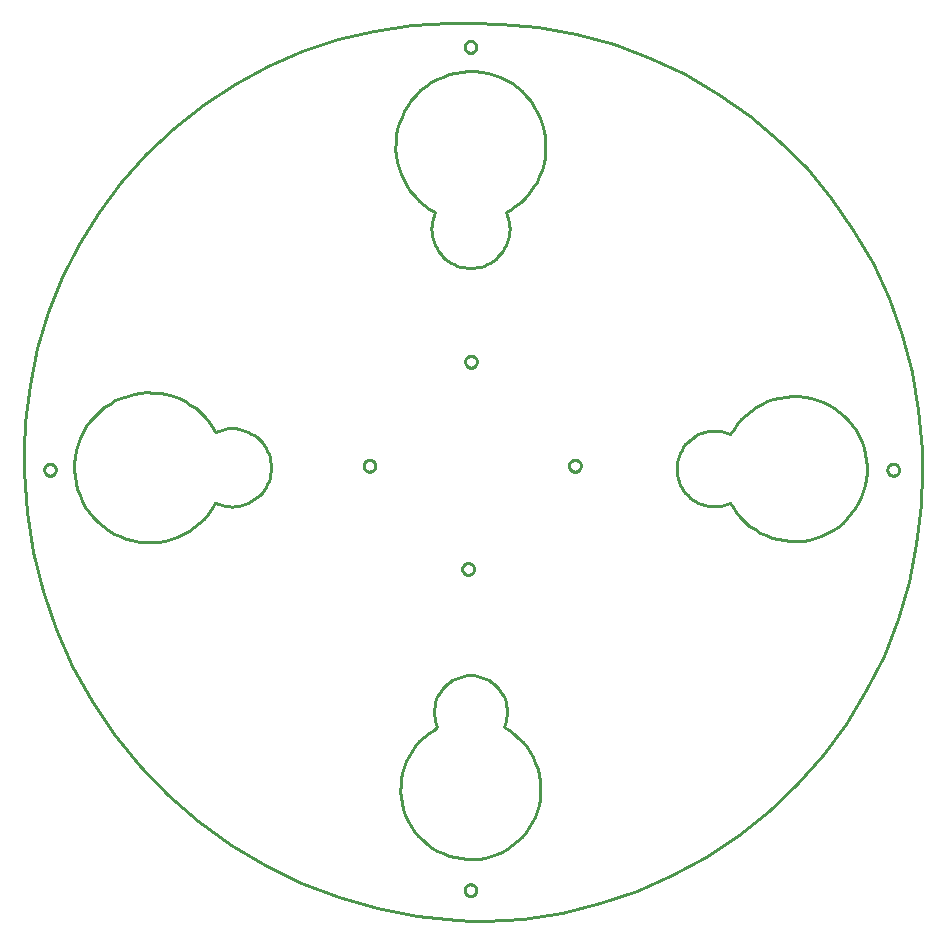
<source format=gbr>
G04 EAGLE Gerber RS-274X export*
G75*
%MOMM*%
%FSLAX34Y34*%
%LPD*%
%IN*%
%IPPOS*%
%AMOC8*
5,1,8,0,0,1.08239X$1,22.5*%
G01*
%ADD10C,0.254000*%


D10*
X-388000Y-8000D02*
X-385620Y-41975D01*
X-380288Y-75614D01*
X-372044Y-108659D01*
X-360951Y-140861D01*
X-347094Y-171973D01*
X-330579Y-201759D01*
X-311530Y-229992D01*
X-290093Y-256458D01*
X-266430Y-280955D01*
X-240723Y-303296D01*
X-213167Y-323311D01*
X-183971Y-340849D01*
X-153357Y-355775D01*
X-121559Y-367976D01*
X-88819Y-377360D01*
X-55385Y-383854D01*
X-21513Y-387410D01*
X-8000Y-388000D01*
X2000Y-388000D01*
X34868Y-385909D01*
X67429Y-380960D01*
X99435Y-373193D01*
X130642Y-362666D01*
X160813Y-349459D01*
X189718Y-333673D01*
X217137Y-315428D01*
X242862Y-294862D01*
X266696Y-272132D01*
X288459Y-247412D01*
X307984Y-220889D01*
X325123Y-192765D01*
X339746Y-163255D01*
X351742Y-132582D01*
X361018Y-100981D01*
X367505Y-68691D01*
X371153Y-35959D01*
X372000Y-8000D01*
X372000Y12000D01*
X369261Y44609D01*
X363690Y76854D01*
X355330Y108492D01*
X344244Y139280D01*
X330517Y168985D01*
X314254Y197381D01*
X295577Y224251D01*
X274630Y249392D01*
X251571Y272610D01*
X226576Y293731D01*
X199836Y312593D01*
X171553Y329053D01*
X141944Y342985D01*
X111233Y354283D01*
X79654Y362862D01*
X47447Y368656D01*
X14858Y371620D01*
X-8000Y372000D01*
X-28000Y372000D01*
X-59776Y370194D01*
X-91274Y365625D01*
X-122253Y358328D01*
X-152479Y348359D01*
X-181721Y335793D01*
X-209757Y320727D01*
X-236372Y303274D01*
X-261366Y283568D01*
X-284546Y261759D01*
X-305738Y238013D01*
X-324780Y212510D01*
X-341526Y185444D01*
X-355849Y157022D01*
X-367641Y127460D01*
X-376812Y96982D01*
X-383291Y65821D01*
X-387030Y34214D01*
X-388000Y12000D01*
X-388000Y-8000D01*
X18000Y-224000D02*
X18008Y-223983D01*
X19039Y-221493D01*
X19848Y-218922D01*
X20431Y-216290D01*
X20782Y-213617D01*
X20899Y-210924D01*
X20780Y-208231D01*
X20428Y-205559D01*
X19844Y-202927D01*
X19032Y-200357D01*
X18000Y-197867D01*
X16755Y-195476D01*
X15306Y-193203D01*
X13664Y-191065D01*
X11842Y-189078D01*
X9854Y-187258D01*
X7715Y-185617D01*
X5442Y-184170D01*
X3050Y-182926D01*
X559Y-181895D01*
X-2012Y-181085D01*
X-4643Y-180502D01*
X-7316Y-180151D01*
X-10009Y-180034D01*
X-12702Y-180153D01*
X-15375Y-180505D01*
X-18006Y-181090D01*
X-20577Y-181901D01*
X-23067Y-182933D01*
X-25457Y-184179D01*
X-27730Y-185628D01*
X-29868Y-187269D01*
X-31855Y-189091D01*
X-33676Y-191079D01*
X-35316Y-193218D01*
X-36764Y-195492D01*
X-38008Y-197883D01*
X-39039Y-200374D01*
X-39848Y-202945D01*
X-40431Y-205577D01*
X-40782Y-208249D01*
X-40899Y-210942D01*
X-40780Y-213635D01*
X-40428Y-216308D01*
X-39844Y-218939D01*
X-39032Y-221510D01*
X-38000Y-224000D01*
X-41264Y-225885D01*
X-45536Y-228801D01*
X-49538Y-232079D01*
X-53239Y-235693D01*
X-56610Y-239616D01*
X-59627Y-243818D01*
X-62267Y-248267D01*
X-64508Y-252929D01*
X-66335Y-257768D01*
X-67733Y-262748D01*
X-68691Y-267832D01*
X-69203Y-272979D01*
X-69264Y-278151D01*
X-68874Y-283309D01*
X-68037Y-288414D01*
X-66757Y-293426D01*
X-65046Y-298307D01*
X-62915Y-303021D01*
X-60382Y-307531D01*
X-57465Y-311803D01*
X-54188Y-315805D01*
X-50574Y-319505D01*
X-46651Y-322877D01*
X-42449Y-325894D01*
X-38000Y-328533D01*
X-33338Y-330775D01*
X-28499Y-332601D01*
X-23518Y-333999D01*
X-18435Y-334958D01*
X-13288Y-335470D01*
X-8115Y-335531D01*
X-2957Y-335141D01*
X2147Y-334303D01*
X7159Y-333024D01*
X12041Y-331312D01*
X16754Y-329182D01*
X21264Y-326649D01*
X25536Y-323732D01*
X29538Y-320454D01*
X33239Y-316840D01*
X36610Y-312917D01*
X39627Y-308715D01*
X42267Y-304267D01*
X44508Y-299605D01*
X46335Y-294765D01*
X47733Y-289785D01*
X48691Y-284702D01*
X49203Y-279554D01*
X49264Y-274382D01*
X48874Y-269224D01*
X48037Y-264120D01*
X46757Y-259108D01*
X45046Y-254226D01*
X42915Y-249512D01*
X40382Y-245002D01*
X37465Y-240730D01*
X34188Y-236729D01*
X30574Y-233028D01*
X26651Y-229656D01*
X22449Y-226639D01*
X18000Y-224000D01*
X210000Y24000D02*
X209983Y24008D01*
X207403Y25076D01*
X204740Y25914D01*
X202015Y26518D01*
X199246Y26881D01*
X196457Y27002D01*
X193668Y26880D01*
X190900Y26515D01*
X188175Y25909D01*
X185512Y25069D01*
X182933Y24000D01*
X180457Y22710D01*
X178103Y21209D01*
X175889Y19509D01*
X173831Y17622D01*
X171945Y15564D01*
X170246Y13348D01*
X168747Y10993D01*
X167459Y8516D01*
X166391Y5937D01*
X165552Y3274D01*
X164949Y548D01*
X164585Y-2220D01*
X164464Y-5009D01*
X164587Y-7799D01*
X164952Y-10566D01*
X165557Y-13292D01*
X166398Y-15954D01*
X167467Y-18533D01*
X168757Y-21009D01*
X170257Y-23364D01*
X171958Y-25578D01*
X173844Y-27636D01*
X175903Y-29521D01*
X178119Y-31220D01*
X180474Y-32720D01*
X182950Y-34008D01*
X185530Y-35076D01*
X188193Y-35914D01*
X190919Y-36518D01*
X193687Y-36881D01*
X196476Y-37002D01*
X199265Y-36880D01*
X202033Y-36515D01*
X204759Y-35909D01*
X207421Y-35069D01*
X210000Y-34000D01*
X211952Y-37381D01*
X214973Y-41806D01*
X218368Y-45950D01*
X222111Y-49783D01*
X226174Y-53275D01*
X230526Y-56400D01*
X235133Y-59133D01*
X239962Y-61455D01*
X244974Y-63347D01*
X250132Y-64795D01*
X255397Y-65787D01*
X260728Y-66317D01*
X266085Y-66381D01*
X271428Y-65977D01*
X276714Y-65109D01*
X281905Y-63784D01*
X286961Y-62012D01*
X291843Y-59805D01*
X296514Y-57181D01*
X300939Y-54161D01*
X305083Y-50766D01*
X308916Y-47023D01*
X312408Y-42960D01*
X315533Y-38608D01*
X318267Y-34000D01*
X320588Y-29172D01*
X322480Y-24159D01*
X323928Y-19001D01*
X324921Y-13736D01*
X325451Y-8405D01*
X325514Y-3048D01*
X325110Y2294D01*
X324243Y7581D01*
X322917Y12772D01*
X321145Y17828D01*
X318938Y22710D01*
X316315Y27381D01*
X313294Y31806D01*
X309899Y35950D01*
X306156Y39783D01*
X302093Y43275D01*
X297741Y46400D01*
X293133Y49133D01*
X288305Y51455D01*
X283293Y53347D01*
X278134Y54795D01*
X272870Y55787D01*
X267539Y56317D01*
X262181Y56381D01*
X256839Y55977D01*
X251552Y55109D01*
X246361Y53784D01*
X241306Y52012D01*
X236424Y49805D01*
X231753Y47181D01*
X227328Y44161D01*
X223183Y40766D01*
X219350Y37023D01*
X215858Y32960D01*
X212734Y28608D01*
X210000Y24000D01*
X-40000Y212000D02*
X-40008Y211982D01*
X-41113Y209314D01*
X-41980Y206559D01*
X-42605Y203739D01*
X-42981Y200876D01*
X-43106Y197990D01*
X-42979Y195105D01*
X-42601Y192242D01*
X-41975Y189422D01*
X-41106Y186668D01*
X-40000Y184000D01*
X-38666Y181439D01*
X-37113Y179003D01*
X-35354Y176712D01*
X-33403Y174584D01*
X-31273Y172633D01*
X-28981Y170876D01*
X-26544Y169325D01*
X-23982Y167992D01*
X-21314Y166887D01*
X-18559Y166020D01*
X-15739Y165395D01*
X-12876Y165019D01*
X-9990Y164894D01*
X-7105Y165021D01*
X-4242Y165399D01*
X-1422Y166025D01*
X1332Y166894D01*
X4000Y168000D01*
X6561Y169334D01*
X8997Y170887D01*
X11288Y172646D01*
X13416Y174597D01*
X15367Y176727D01*
X17124Y179019D01*
X18675Y181456D01*
X20008Y184018D01*
X21113Y186686D01*
X21980Y189441D01*
X22605Y192261D01*
X22981Y195124D01*
X23106Y198010D01*
X22979Y200895D01*
X22601Y203758D01*
X21975Y206578D01*
X21106Y209332D01*
X20000Y212000D01*
X23497Y214019D01*
X28075Y217144D01*
X32362Y220656D01*
X36327Y224528D01*
X39940Y228731D01*
X43172Y233233D01*
X46000Y238000D01*
X48402Y242995D01*
X50359Y248180D01*
X51856Y253516D01*
X52883Y258962D01*
X53432Y264477D01*
X53497Y270019D01*
X53080Y275546D01*
X52182Y281015D01*
X50811Y286385D01*
X48977Y291615D01*
X46695Y296665D01*
X43981Y301497D01*
X40856Y306075D01*
X37344Y310362D01*
X33472Y314327D01*
X29269Y317940D01*
X24767Y321172D01*
X20000Y324000D01*
X15005Y326402D01*
X9820Y328359D01*
X4484Y329856D01*
X-962Y330883D01*
X-6477Y331432D01*
X-12019Y331497D01*
X-17546Y331080D01*
X-23015Y330182D01*
X-28385Y328811D01*
X-33615Y326977D01*
X-38665Y324695D01*
X-43497Y321981D01*
X-48075Y318856D01*
X-52362Y315344D01*
X-56327Y311472D01*
X-59940Y307269D01*
X-63172Y302767D01*
X-66000Y298000D01*
X-68402Y293005D01*
X-70359Y287820D01*
X-71856Y282484D01*
X-72883Y277038D01*
X-73432Y271523D01*
X-73497Y265981D01*
X-73080Y260454D01*
X-72182Y254985D01*
X-70811Y249615D01*
X-68977Y244385D01*
X-66695Y239335D01*
X-63981Y234503D01*
X-60856Y229925D01*
X-57344Y225638D01*
X-53472Y221673D01*
X-49269Y218060D01*
X-44767Y214828D01*
X-40000Y212000D01*
X-226000Y-34000D02*
X-225982Y-34008D01*
X-223314Y-35113D01*
X-220559Y-35980D01*
X-217739Y-36605D01*
X-214876Y-36981D01*
X-211990Y-37106D01*
X-209105Y-36979D01*
X-206242Y-36601D01*
X-203422Y-35975D01*
X-200668Y-35106D01*
X-198000Y-34000D01*
X-195439Y-32666D01*
X-193003Y-31113D01*
X-190712Y-29354D01*
X-188584Y-27403D01*
X-186633Y-25273D01*
X-184876Y-22981D01*
X-183325Y-20544D01*
X-181992Y-17982D01*
X-180887Y-15314D01*
X-180020Y-12559D01*
X-179395Y-9739D01*
X-179019Y-6876D01*
X-178894Y-3990D01*
X-179021Y-1105D01*
X-179399Y1758D01*
X-180025Y4578D01*
X-180894Y7332D01*
X-182000Y10000D01*
X-183334Y12561D01*
X-184887Y14997D01*
X-186646Y17288D01*
X-188597Y19416D01*
X-190727Y21367D01*
X-193019Y23124D01*
X-195456Y24675D01*
X-198018Y26008D01*
X-200686Y27113D01*
X-203441Y27980D01*
X-206261Y28605D01*
X-209124Y28981D01*
X-212010Y29106D01*
X-214895Y28979D01*
X-217758Y28601D01*
X-220578Y27975D01*
X-223332Y27106D01*
X-226000Y26000D01*
X-228019Y29497D01*
X-231144Y34075D01*
X-234656Y38362D01*
X-238528Y42327D01*
X-242731Y45940D01*
X-247233Y49172D01*
X-252000Y52000D01*
X-256995Y54402D01*
X-262180Y56359D01*
X-267516Y57856D01*
X-272962Y58883D01*
X-278477Y59432D01*
X-284019Y59497D01*
X-289546Y59080D01*
X-295015Y58182D01*
X-300385Y56811D01*
X-305615Y54977D01*
X-310665Y52695D01*
X-315497Y49981D01*
X-320075Y46856D01*
X-324362Y43344D01*
X-328327Y39472D01*
X-331940Y35269D01*
X-335172Y30767D01*
X-338000Y26000D01*
X-340402Y21005D01*
X-342359Y15820D01*
X-343856Y10484D01*
X-344883Y5038D01*
X-345432Y-477D01*
X-345497Y-6019D01*
X-345080Y-11546D01*
X-344182Y-17015D01*
X-342811Y-22385D01*
X-340977Y-27615D01*
X-338695Y-32665D01*
X-335981Y-37497D01*
X-332856Y-42075D01*
X-329344Y-46362D01*
X-325472Y-50327D01*
X-321269Y-53940D01*
X-316767Y-57172D01*
X-312000Y-60000D01*
X-307005Y-62402D01*
X-301820Y-64359D01*
X-296484Y-65856D01*
X-291038Y-66883D01*
X-285523Y-67432D01*
X-279981Y-67497D01*
X-274454Y-67080D01*
X-268985Y-66182D01*
X-263615Y-64811D01*
X-258385Y-62977D01*
X-253335Y-60695D01*
X-248503Y-57981D01*
X-243925Y-54856D01*
X-239638Y-51344D01*
X-235673Y-47472D01*
X-232060Y-43269D01*
X-228828Y-38767D01*
X-226000Y-34000D01*
X-361000Y-6281D02*
X-361063Y-6839D01*
X-361188Y-7386D01*
X-361373Y-7916D01*
X-361617Y-8422D01*
X-361916Y-8898D01*
X-362266Y-9337D01*
X-362663Y-9734D01*
X-363102Y-10084D01*
X-363578Y-10383D01*
X-364084Y-10627D01*
X-364614Y-10812D01*
X-365161Y-10937D01*
X-365719Y-11000D01*
X-366281Y-11000D01*
X-366839Y-10937D01*
X-367386Y-10812D01*
X-367916Y-10627D01*
X-368422Y-10383D01*
X-368898Y-10084D01*
X-369337Y-9734D01*
X-369734Y-9337D01*
X-370084Y-8898D01*
X-370383Y-8422D01*
X-370627Y-7916D01*
X-370812Y-7386D01*
X-370937Y-6839D01*
X-371000Y-6281D01*
X-371000Y-5719D01*
X-370937Y-5161D01*
X-370812Y-4614D01*
X-370627Y-4084D01*
X-370383Y-3578D01*
X-370084Y-3102D01*
X-369734Y-2663D01*
X-369337Y-2266D01*
X-368898Y-1916D01*
X-368422Y-1617D01*
X-367916Y-1373D01*
X-367386Y-1188D01*
X-366839Y-1063D01*
X-366281Y-1000D01*
X-365719Y-1000D01*
X-365161Y-1063D01*
X-364614Y-1188D01*
X-364084Y-1373D01*
X-363578Y-1617D01*
X-363102Y-1916D01*
X-362663Y-2266D01*
X-362266Y-2663D01*
X-361916Y-3102D01*
X-361617Y-3578D01*
X-361373Y-4084D01*
X-361188Y-4614D01*
X-361063Y-5161D01*
X-361000Y-5719D01*
X-361000Y-6281D01*
X353000Y-6281D02*
X352937Y-6839D01*
X352812Y-7386D01*
X352627Y-7916D01*
X352383Y-8422D01*
X352084Y-8898D01*
X351734Y-9337D01*
X351337Y-9734D01*
X350898Y-10084D01*
X350422Y-10383D01*
X349916Y-10627D01*
X349386Y-10812D01*
X348839Y-10937D01*
X348281Y-11000D01*
X347719Y-11000D01*
X347161Y-10937D01*
X346614Y-10812D01*
X346084Y-10627D01*
X345578Y-10383D01*
X345102Y-10084D01*
X344663Y-9734D01*
X344266Y-9337D01*
X343916Y-8898D01*
X343617Y-8422D01*
X343373Y-7916D01*
X343188Y-7386D01*
X343063Y-6839D01*
X343000Y-6281D01*
X343000Y-5719D01*
X343063Y-5161D01*
X343188Y-4614D01*
X343373Y-4084D01*
X343617Y-3578D01*
X343916Y-3102D01*
X344266Y-2663D01*
X344663Y-2266D01*
X345102Y-1916D01*
X345578Y-1617D01*
X346084Y-1373D01*
X346614Y-1188D01*
X347161Y-1063D01*
X347719Y-1000D01*
X348281Y-1000D01*
X348839Y-1063D01*
X349386Y-1188D01*
X349916Y-1373D01*
X350422Y-1617D01*
X350898Y-1916D01*
X351337Y-2266D01*
X351734Y-2663D01*
X352084Y-3102D01*
X352383Y-3578D01*
X352627Y-4084D01*
X352812Y-4614D01*
X352937Y-5161D01*
X353000Y-5719D01*
X353000Y-6281D01*
X-5000Y351719D02*
X-5063Y351161D01*
X-5188Y350614D01*
X-5373Y350084D01*
X-5617Y349578D01*
X-5916Y349102D01*
X-6266Y348663D01*
X-6663Y348266D01*
X-7102Y347916D01*
X-7578Y347617D01*
X-8084Y347373D01*
X-8614Y347188D01*
X-9161Y347063D01*
X-9719Y347000D01*
X-10281Y347000D01*
X-10839Y347063D01*
X-11386Y347188D01*
X-11916Y347373D01*
X-12422Y347617D01*
X-12898Y347916D01*
X-13337Y348266D01*
X-13734Y348663D01*
X-14084Y349102D01*
X-14383Y349578D01*
X-14627Y350084D01*
X-14812Y350614D01*
X-14937Y351161D01*
X-15000Y351719D01*
X-15000Y352281D01*
X-14937Y352839D01*
X-14812Y353386D01*
X-14627Y353916D01*
X-14383Y354422D01*
X-14084Y354898D01*
X-13734Y355337D01*
X-13337Y355734D01*
X-12898Y356084D01*
X-12422Y356383D01*
X-11916Y356627D01*
X-11386Y356812D01*
X-10839Y356937D01*
X-10281Y357000D01*
X-9719Y357000D01*
X-9161Y356937D01*
X-8614Y356812D01*
X-8084Y356627D01*
X-7578Y356383D01*
X-7102Y356084D01*
X-6663Y355734D01*
X-6266Y355337D01*
X-5916Y354898D01*
X-5617Y354422D01*
X-5373Y353916D01*
X-5188Y353386D01*
X-5063Y352839D01*
X-5000Y352281D01*
X-5000Y351719D01*
X-5000Y-362281D02*
X-5063Y-362839D01*
X-5188Y-363386D01*
X-5373Y-363916D01*
X-5617Y-364422D01*
X-5916Y-364898D01*
X-6266Y-365337D01*
X-6663Y-365734D01*
X-7102Y-366084D01*
X-7578Y-366383D01*
X-8084Y-366627D01*
X-8614Y-366812D01*
X-9161Y-366937D01*
X-9719Y-367000D01*
X-10281Y-367000D01*
X-10839Y-366937D01*
X-11386Y-366812D01*
X-11916Y-366627D01*
X-12422Y-366383D01*
X-12898Y-366084D01*
X-13337Y-365734D01*
X-13734Y-365337D01*
X-14084Y-364898D01*
X-14383Y-364422D01*
X-14627Y-363916D01*
X-14812Y-363386D01*
X-14937Y-362839D01*
X-15000Y-362281D01*
X-15000Y-361719D01*
X-14937Y-361161D01*
X-14812Y-360614D01*
X-14627Y-360084D01*
X-14383Y-359578D01*
X-14084Y-359102D01*
X-13734Y-358663D01*
X-13337Y-358266D01*
X-12898Y-357916D01*
X-12422Y-357617D01*
X-11916Y-357373D01*
X-11386Y-357188D01*
X-10839Y-357063D01*
X-10281Y-357000D01*
X-9719Y-357000D01*
X-9161Y-357063D01*
X-8614Y-357188D01*
X-8084Y-357373D01*
X-7578Y-357617D01*
X-7102Y-357916D01*
X-6663Y-358266D01*
X-6266Y-358663D01*
X-5916Y-359102D01*
X-5617Y-359578D01*
X-5373Y-360084D01*
X-5188Y-360614D01*
X-5063Y-361161D01*
X-5000Y-361719D01*
X-5000Y-362281D01*
X-90540Y-2801D02*
X-90603Y-3359D01*
X-90728Y-3906D01*
X-90913Y-4436D01*
X-91157Y-4942D01*
X-91456Y-5418D01*
X-91806Y-5857D01*
X-92203Y-6254D01*
X-92642Y-6604D01*
X-93118Y-6903D01*
X-93624Y-7147D01*
X-94154Y-7332D01*
X-94701Y-7457D01*
X-95259Y-7520D01*
X-95821Y-7520D01*
X-96379Y-7457D01*
X-96926Y-7332D01*
X-97456Y-7147D01*
X-97962Y-6903D01*
X-98438Y-6604D01*
X-98877Y-6254D01*
X-99274Y-5857D01*
X-99624Y-5418D01*
X-99923Y-4942D01*
X-100167Y-4436D01*
X-100352Y-3906D01*
X-100477Y-3359D01*
X-100540Y-2801D01*
X-100540Y-2239D01*
X-100477Y-1681D01*
X-100352Y-1134D01*
X-100167Y-604D01*
X-99923Y-98D01*
X-99624Y378D01*
X-99274Y817D01*
X-98877Y1214D01*
X-98438Y1564D01*
X-97962Y1863D01*
X-97456Y2107D01*
X-96926Y2292D01*
X-96379Y2417D01*
X-95821Y2480D01*
X-95259Y2480D01*
X-94701Y2417D01*
X-94154Y2292D01*
X-93624Y2107D01*
X-93118Y1863D01*
X-92642Y1564D01*
X-92203Y1214D01*
X-91806Y817D01*
X-91456Y378D01*
X-91157Y-98D01*
X-90913Y-604D01*
X-90728Y-1134D01*
X-90603Y-1681D01*
X-90540Y-2239D01*
X-90540Y-2801D01*
X83460Y-2801D02*
X83397Y-3359D01*
X83272Y-3906D01*
X83087Y-4436D01*
X82843Y-4942D01*
X82544Y-5418D01*
X82194Y-5857D01*
X81797Y-6254D01*
X81358Y-6604D01*
X80882Y-6903D01*
X80376Y-7147D01*
X79846Y-7332D01*
X79299Y-7457D01*
X78741Y-7520D01*
X78179Y-7520D01*
X77621Y-7457D01*
X77074Y-7332D01*
X76544Y-7147D01*
X76038Y-6903D01*
X75562Y-6604D01*
X75123Y-6254D01*
X74726Y-5857D01*
X74376Y-5418D01*
X74077Y-4942D01*
X73833Y-4436D01*
X73648Y-3906D01*
X73523Y-3359D01*
X73460Y-2801D01*
X73460Y-2239D01*
X73523Y-1681D01*
X73648Y-1134D01*
X73833Y-604D01*
X74077Y-98D01*
X74376Y378D01*
X74726Y817D01*
X75123Y1214D01*
X75562Y1564D01*
X76038Y1863D01*
X76544Y2107D01*
X77074Y2292D01*
X77621Y2417D01*
X78179Y2480D01*
X78741Y2480D01*
X79299Y2417D01*
X79846Y2292D01*
X80376Y2107D01*
X80882Y1863D01*
X81358Y1564D01*
X81797Y1214D01*
X82194Y817D01*
X82544Y378D01*
X82843Y-98D01*
X83087Y-604D01*
X83272Y-1134D01*
X83397Y-1681D01*
X83460Y-2239D01*
X83460Y-2801D01*
X-4540Y85199D02*
X-4603Y84641D01*
X-4728Y84094D01*
X-4913Y83564D01*
X-5157Y83058D01*
X-5456Y82582D01*
X-5806Y82143D01*
X-6203Y81746D01*
X-6642Y81396D01*
X-7118Y81097D01*
X-7624Y80853D01*
X-8154Y80668D01*
X-8701Y80543D01*
X-9259Y80480D01*
X-9821Y80480D01*
X-10379Y80543D01*
X-10926Y80668D01*
X-11456Y80853D01*
X-11962Y81097D01*
X-12438Y81396D01*
X-12877Y81746D01*
X-13274Y82143D01*
X-13624Y82582D01*
X-13923Y83058D01*
X-14167Y83564D01*
X-14352Y84094D01*
X-14477Y84641D01*
X-14540Y85199D01*
X-14540Y85761D01*
X-14477Y86319D01*
X-14352Y86866D01*
X-14167Y87396D01*
X-13923Y87902D01*
X-13624Y88378D01*
X-13274Y88817D01*
X-12877Y89214D01*
X-12438Y89564D01*
X-11962Y89863D01*
X-11456Y90107D01*
X-10926Y90292D01*
X-10379Y90417D01*
X-9821Y90480D01*
X-9259Y90480D01*
X-8701Y90417D01*
X-8154Y90292D01*
X-7624Y90107D01*
X-7118Y89863D01*
X-6642Y89564D01*
X-6203Y89214D01*
X-5806Y88817D01*
X-5456Y88378D01*
X-5157Y87902D01*
X-4913Y87396D01*
X-4728Y86866D01*
X-4603Y86319D01*
X-4540Y85761D01*
X-4540Y85199D01*
X-7000Y-90281D02*
X-7063Y-90839D01*
X-7188Y-91386D01*
X-7373Y-91916D01*
X-7617Y-92422D01*
X-7916Y-92898D01*
X-8266Y-93337D01*
X-8663Y-93734D01*
X-9102Y-94084D01*
X-9578Y-94383D01*
X-10084Y-94627D01*
X-10614Y-94812D01*
X-11161Y-94937D01*
X-11719Y-95000D01*
X-12281Y-95000D01*
X-12839Y-94937D01*
X-13386Y-94812D01*
X-13916Y-94627D01*
X-14422Y-94383D01*
X-14898Y-94084D01*
X-15337Y-93734D01*
X-15734Y-93337D01*
X-16084Y-92898D01*
X-16383Y-92422D01*
X-16627Y-91916D01*
X-16812Y-91386D01*
X-16937Y-90839D01*
X-17000Y-90281D01*
X-17000Y-89719D01*
X-16937Y-89161D01*
X-16812Y-88614D01*
X-16627Y-88084D01*
X-16383Y-87578D01*
X-16084Y-87102D01*
X-15734Y-86663D01*
X-15337Y-86266D01*
X-14898Y-85916D01*
X-14422Y-85617D01*
X-13916Y-85373D01*
X-13386Y-85188D01*
X-12839Y-85063D01*
X-12281Y-85000D01*
X-11719Y-85000D01*
X-11161Y-85063D01*
X-10614Y-85188D01*
X-10084Y-85373D01*
X-9578Y-85617D01*
X-9102Y-85916D01*
X-8663Y-86266D01*
X-8266Y-86663D01*
X-7916Y-87102D01*
X-7617Y-87578D01*
X-7373Y-88084D01*
X-7188Y-88614D01*
X-7063Y-89161D01*
X-7000Y-89719D01*
X-7000Y-90281D01*
M02*

</source>
